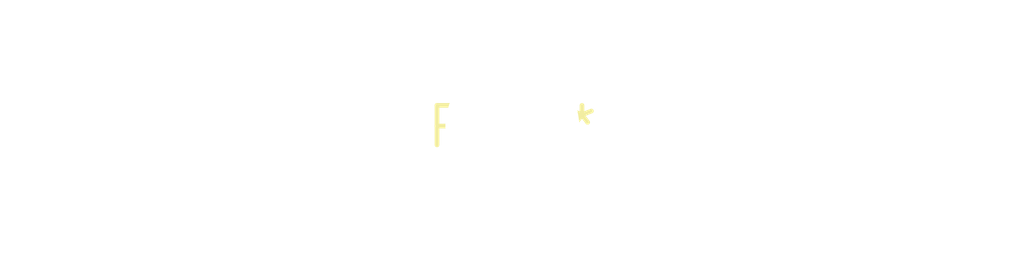
<source format=kicad_pcb>
(kicad_pcb (version 20240108) (generator pcbnew)
  (layers (0 "F.Cu" signal) (31 "B.Cu" signal) (34 "B.Paste" user) (35 "F.Paste" user) (36 "B.SilkS" user "B.Silkscreen") (37 "F.SilkS" user "F.Silkscreen") (38 "B.Mask" user) (39 "F.Mask" user) (44 "Edge.Cuts" user))
  (net 0 "")
  (footprint "MountingHole_4.3mm_M4_ISO7380" (layer "F.Cu") (at 0 0)
    (property "Reference" "REF**")
    (property "Value" "MountingHole_4.3mm_M4_ISO7380")
    (pad "" np_thru_hole circle (at 0 0) (size 4.3 4.3) (drill 4.3) (layers *.Cu *.Mask))
  )
)
</source>
